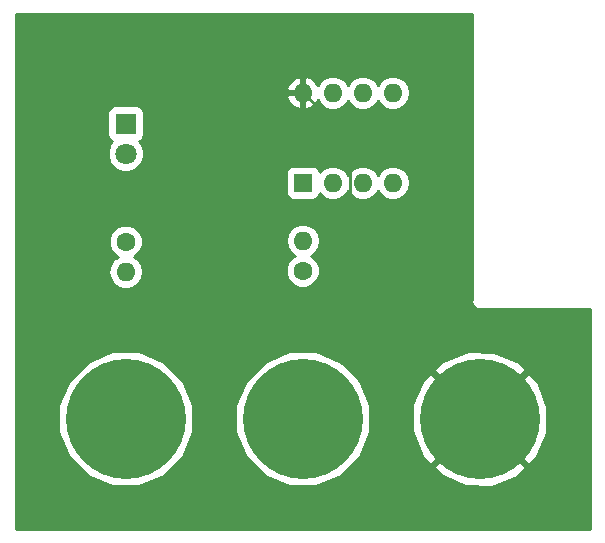
<source format=gbr>
G04 #@! TF.GenerationSoftware,KiCad,Pcbnew,(5.0.1-3-g963ef8bb5)*
G04 #@! TF.CreationDate,2018-11-29T08:41:42-08:00*
G04 #@! TF.ProjectId,Example,4578616D706C652E6B696361645F7063,0.0.1*
G04 #@! TF.SameCoordinates,Original*
G04 #@! TF.FileFunction,Copper,L2,Bot,Signal*
G04 #@! TF.FilePolarity,Positive*
%FSLAX46Y46*%
G04 Gerber Fmt 4.6, Leading zero omitted, Abs format (unit mm)*
G04 Created by KiCad (PCBNEW (5.0.1-3-g963ef8bb5)) date Thursday, November 29, 2018 at 08:41:42 AM*
%MOMM*%
%LPD*%
G01*
G04 APERTURE LIST*
G04 #@! TA.AperFunction,ComponentPad*
%ADD10R,1.800000X1.800000*%
G04 #@! TD*
G04 #@! TA.AperFunction,ComponentPad*
%ADD11C,1.800000*%
G04 #@! TD*
G04 #@! TA.AperFunction,ComponentPad*
%ADD12C,10.160000*%
G04 #@! TD*
G04 #@! TA.AperFunction,ComponentPad*
%ADD13O,1.600000X1.600000*%
G04 #@! TD*
G04 #@! TA.AperFunction,ComponentPad*
%ADD14C,1.600000*%
G04 #@! TD*
G04 #@! TA.AperFunction,ComponentPad*
%ADD15R,1.600000X1.600000*%
G04 #@! TD*
G04 #@! TA.AperFunction,Conductor*
%ADD16C,0.250000*%
G04 #@! TD*
G04 #@! TA.AperFunction,Conductor*
%ADD17C,0.254000*%
G04 #@! TD*
G04 APERTURE END LIST*
D10*
G04 #@! TO.P,D_LED1,1*
G04 #@! TO.N,Net-(D_LED1-Pad1)*
X130000000Y-100000000D03*
D11*
G04 #@! TO.P,D_LED1,2*
G04 #@! TO.N,Net-(D_LED1-Pad2)*
X130000000Y-102540000D03*
G04 #@! TD*
D12*
G04 #@! TO.P,J1,1*
G04 #@! TO.N,VCC*
X130010000Y-125000000D03*
G04 #@! TO.P,J1,3*
G04 #@! TO.N,GND*
X159980000Y-125000000D03*
G04 #@! TO.P,J1,2*
G04 #@! TO.N,Net-(J1-Pad2)*
X145000000Y-125000000D03*
G04 #@! TD*
D13*
G04 #@! TO.P,R_INPUT1,2*
G04 #@! TO.N,/Input*
X145000000Y-109920000D03*
D14*
G04 #@! TO.P,R_INPUT1,1*
G04 #@! TO.N,Net-(J1-Pad2)*
X145000000Y-112460000D03*
G04 #@! TD*
G04 #@! TO.P,R_LED1,1*
G04 #@! TO.N,Net-(D_LED1-Pad2)*
X130000000Y-110000000D03*
D13*
G04 #@! TO.P,R_LED1,2*
G04 #@! TO.N,VCC*
X130000000Y-112540000D03*
G04 #@! TD*
D15*
G04 #@! TO.P,U1,1*
G04 #@! TO.N,VCC*
X145000000Y-105000000D03*
D13*
G04 #@! TO.P,U1,5*
G04 #@! TO.N,Net-(U1-Pad5)*
X152620000Y-97380000D03*
G04 #@! TO.P,U1,2*
G04 #@! TO.N,Net-(U1-Pad2)*
X147540000Y-105000000D03*
G04 #@! TO.P,U1,6*
G04 #@! TO.N,/Input*
X150080000Y-97380000D03*
G04 #@! TO.P,U1,3*
G04 #@! TO.N,Net-(U1-Pad3)*
X150080000Y-105000000D03*
G04 #@! TO.P,U1,7*
G04 #@! TO.N,Net-(D_LED1-Pad1)*
X147540000Y-97380000D03*
G04 #@! TO.P,U1,4*
G04 #@! TO.N,Net-(U1-Pad4)*
X152620000Y-105000000D03*
G04 #@! TO.P,U1,8*
G04 #@! TO.N,GND*
X145000000Y-97380000D03*
G04 #@! TD*
D16*
G04 #@! TO.N,GND*
X148954999Y-101334999D02*
X145000000Y-97380000D01*
X148954999Y-113974999D02*
X148954999Y-101334999D01*
X159980000Y-125000000D02*
X148954999Y-113974999D01*
G04 #@! TD*
D17*
G04 #@! TO.N,GND*
G36*
X159290001Y-114930069D02*
X159276091Y-115000000D01*
X159331195Y-115277028D01*
X159488119Y-115511881D01*
X159722972Y-115668805D01*
X159930074Y-115710000D01*
X159930075Y-115710000D01*
X160000000Y-115723909D01*
X160069926Y-115710000D01*
X169290000Y-115710000D01*
X169290001Y-134290000D01*
X120710000Y-134290000D01*
X120710000Y-123863216D01*
X124295000Y-123863216D01*
X124295000Y-126136784D01*
X125165057Y-128237287D01*
X126772713Y-129844943D01*
X128873216Y-130715000D01*
X131146784Y-130715000D01*
X133247287Y-129844943D01*
X134854943Y-128237287D01*
X135725000Y-126136784D01*
X135725000Y-123863216D01*
X139285000Y-123863216D01*
X139285000Y-126136784D01*
X140155057Y-128237287D01*
X141762713Y-129844943D01*
X143863216Y-130715000D01*
X146136784Y-130715000D01*
X148237287Y-129844943D01*
X148985402Y-129096828D01*
X156062777Y-129096828D01*
X156658556Y-129787641D01*
X158743537Y-130694265D01*
X161016758Y-130733989D01*
X163132142Y-129900765D01*
X163301444Y-129787641D01*
X163897223Y-129096828D01*
X159980000Y-125179605D01*
X156062777Y-129096828D01*
X148985402Y-129096828D01*
X149844943Y-128237287D01*
X150715000Y-126136784D01*
X150715000Y-126036758D01*
X154246011Y-126036758D01*
X155079235Y-128152142D01*
X155192359Y-128321444D01*
X155883172Y-128917223D01*
X159800395Y-125000000D01*
X160159605Y-125000000D01*
X164076828Y-128917223D01*
X164767641Y-128321444D01*
X165674265Y-126236463D01*
X165713989Y-123963242D01*
X164880765Y-121847858D01*
X164767641Y-121678556D01*
X164076828Y-121082777D01*
X160159605Y-125000000D01*
X159800395Y-125000000D01*
X155883172Y-121082777D01*
X155192359Y-121678556D01*
X154285735Y-123763537D01*
X154246011Y-126036758D01*
X150715000Y-126036758D01*
X150715000Y-123863216D01*
X149844943Y-121762713D01*
X148985402Y-120903172D01*
X156062777Y-120903172D01*
X159980000Y-124820395D01*
X163897223Y-120903172D01*
X163301444Y-120212359D01*
X161216463Y-119305735D01*
X158943242Y-119266011D01*
X156827858Y-120099235D01*
X156658556Y-120212359D01*
X156062777Y-120903172D01*
X148985402Y-120903172D01*
X148237287Y-120155057D01*
X146136784Y-119285000D01*
X143863216Y-119285000D01*
X141762713Y-120155057D01*
X140155057Y-121762713D01*
X139285000Y-123863216D01*
X135725000Y-123863216D01*
X134854943Y-121762713D01*
X133247287Y-120155057D01*
X131146784Y-119285000D01*
X128873216Y-119285000D01*
X126772713Y-120155057D01*
X125165057Y-121762713D01*
X124295000Y-123863216D01*
X120710000Y-123863216D01*
X120710000Y-112540000D01*
X128536887Y-112540000D01*
X128648260Y-113099909D01*
X128965423Y-113574577D01*
X129440091Y-113891740D01*
X129858667Y-113975000D01*
X130141333Y-113975000D01*
X130559909Y-113891740D01*
X131034577Y-113574577D01*
X131351740Y-113099909D01*
X131463113Y-112540000D01*
X131351740Y-111980091D01*
X131034577Y-111505423D01*
X130682832Y-111270394D01*
X130812862Y-111216534D01*
X131216534Y-110812862D01*
X131435000Y-110285439D01*
X131435000Y-109920000D01*
X143536887Y-109920000D01*
X143648260Y-110479909D01*
X143965423Y-110954577D01*
X144317168Y-111189606D01*
X144187138Y-111243466D01*
X143783466Y-111647138D01*
X143565000Y-112174561D01*
X143565000Y-112745439D01*
X143783466Y-113272862D01*
X144187138Y-113676534D01*
X144714561Y-113895000D01*
X145285439Y-113895000D01*
X145812862Y-113676534D01*
X146216534Y-113272862D01*
X146435000Y-112745439D01*
X146435000Y-112174561D01*
X146216534Y-111647138D01*
X145812862Y-111243466D01*
X145682832Y-111189606D01*
X146034577Y-110954577D01*
X146351740Y-110479909D01*
X146463113Y-109920000D01*
X146351740Y-109360091D01*
X146034577Y-108885423D01*
X145559909Y-108568260D01*
X145141333Y-108485000D01*
X144858667Y-108485000D01*
X144440091Y-108568260D01*
X143965423Y-108885423D01*
X143648260Y-109360091D01*
X143536887Y-109920000D01*
X131435000Y-109920000D01*
X131435000Y-109714561D01*
X131216534Y-109187138D01*
X130812862Y-108783466D01*
X130285439Y-108565000D01*
X129714561Y-108565000D01*
X129187138Y-108783466D01*
X128783466Y-109187138D01*
X128565000Y-109714561D01*
X128565000Y-110285439D01*
X128783466Y-110812862D01*
X129187138Y-111216534D01*
X129317168Y-111270394D01*
X128965423Y-111505423D01*
X128648260Y-111980091D01*
X128536887Y-112540000D01*
X120710000Y-112540000D01*
X120710000Y-104200000D01*
X143552560Y-104200000D01*
X143552560Y-105800000D01*
X143601843Y-106047765D01*
X143742191Y-106257809D01*
X143952235Y-106398157D01*
X144200000Y-106447440D01*
X145800000Y-106447440D01*
X146047765Y-106398157D01*
X146257809Y-106257809D01*
X146398157Y-106047765D01*
X146424785Y-105913894D01*
X146505423Y-106034577D01*
X146980091Y-106351740D01*
X147398667Y-106435000D01*
X147681333Y-106435000D01*
X148099909Y-106351740D01*
X148574577Y-106034577D01*
X148810000Y-105682242D01*
X149045423Y-106034577D01*
X149520091Y-106351740D01*
X149938667Y-106435000D01*
X150221333Y-106435000D01*
X150639909Y-106351740D01*
X151114577Y-106034577D01*
X151350000Y-105682242D01*
X151585423Y-106034577D01*
X152060091Y-106351740D01*
X152478667Y-106435000D01*
X152761333Y-106435000D01*
X153179909Y-106351740D01*
X153654577Y-106034577D01*
X153971740Y-105559909D01*
X154083113Y-105000000D01*
X153971740Y-104440091D01*
X153654577Y-103965423D01*
X153179909Y-103648260D01*
X152761333Y-103565000D01*
X152478667Y-103565000D01*
X152060091Y-103648260D01*
X151585423Y-103965423D01*
X151350000Y-104317758D01*
X151114577Y-103965423D01*
X150639909Y-103648260D01*
X150221333Y-103565000D01*
X149938667Y-103565000D01*
X149520091Y-103648260D01*
X149045423Y-103965423D01*
X148810000Y-104317758D01*
X148574577Y-103965423D01*
X148099909Y-103648260D01*
X147681333Y-103565000D01*
X147398667Y-103565000D01*
X146980091Y-103648260D01*
X146505423Y-103965423D01*
X146424785Y-104086106D01*
X146398157Y-103952235D01*
X146257809Y-103742191D01*
X146047765Y-103601843D01*
X145800000Y-103552560D01*
X144200000Y-103552560D01*
X143952235Y-103601843D01*
X143742191Y-103742191D01*
X143601843Y-103952235D01*
X143552560Y-104200000D01*
X120710000Y-104200000D01*
X120710000Y-99100000D01*
X128452560Y-99100000D01*
X128452560Y-100900000D01*
X128501843Y-101147765D01*
X128642191Y-101357809D01*
X128852235Y-101498157D01*
X128867908Y-101501275D01*
X128698690Y-101670493D01*
X128465000Y-102234670D01*
X128465000Y-102845330D01*
X128698690Y-103409507D01*
X129130493Y-103841310D01*
X129694670Y-104075000D01*
X130305330Y-104075000D01*
X130869507Y-103841310D01*
X131301310Y-103409507D01*
X131535000Y-102845330D01*
X131535000Y-102234670D01*
X131301310Y-101670493D01*
X131132092Y-101501275D01*
X131147765Y-101498157D01*
X131357809Y-101357809D01*
X131498157Y-101147765D01*
X131547440Y-100900000D01*
X131547440Y-99100000D01*
X131498157Y-98852235D01*
X131357809Y-98642191D01*
X131147765Y-98501843D01*
X130900000Y-98452560D01*
X129100000Y-98452560D01*
X128852235Y-98501843D01*
X128642191Y-98642191D01*
X128501843Y-98852235D01*
X128452560Y-99100000D01*
X120710000Y-99100000D01*
X120710000Y-97729041D01*
X143608086Y-97729041D01*
X143847611Y-98235134D01*
X144262577Y-98611041D01*
X144650961Y-98771904D01*
X144873000Y-98649915D01*
X144873000Y-97507000D01*
X143729371Y-97507000D01*
X143608086Y-97729041D01*
X120710000Y-97729041D01*
X120710000Y-97030959D01*
X143608086Y-97030959D01*
X143729371Y-97253000D01*
X144873000Y-97253000D01*
X144873000Y-96110085D01*
X145127000Y-96110085D01*
X145127000Y-97253000D01*
X145147000Y-97253000D01*
X145147000Y-97507000D01*
X145127000Y-97507000D01*
X145127000Y-98649915D01*
X145349039Y-98771904D01*
X145737423Y-98611041D01*
X146152389Y-98235134D01*
X146249053Y-98030892D01*
X146505423Y-98414577D01*
X146980091Y-98731740D01*
X147398667Y-98815000D01*
X147681333Y-98815000D01*
X148099909Y-98731740D01*
X148574577Y-98414577D01*
X148810000Y-98062242D01*
X149045423Y-98414577D01*
X149520091Y-98731740D01*
X149938667Y-98815000D01*
X150221333Y-98815000D01*
X150639909Y-98731740D01*
X151114577Y-98414577D01*
X151350000Y-98062242D01*
X151585423Y-98414577D01*
X152060091Y-98731740D01*
X152478667Y-98815000D01*
X152761333Y-98815000D01*
X153179909Y-98731740D01*
X153654577Y-98414577D01*
X153971740Y-97939909D01*
X154083113Y-97380000D01*
X153971740Y-96820091D01*
X153654577Y-96345423D01*
X153179909Y-96028260D01*
X152761333Y-95945000D01*
X152478667Y-95945000D01*
X152060091Y-96028260D01*
X151585423Y-96345423D01*
X151350000Y-96697758D01*
X151114577Y-96345423D01*
X150639909Y-96028260D01*
X150221333Y-95945000D01*
X149938667Y-95945000D01*
X149520091Y-96028260D01*
X149045423Y-96345423D01*
X148810000Y-96697758D01*
X148574577Y-96345423D01*
X148099909Y-96028260D01*
X147681333Y-95945000D01*
X147398667Y-95945000D01*
X146980091Y-96028260D01*
X146505423Y-96345423D01*
X146249053Y-96729108D01*
X146152389Y-96524866D01*
X145737423Y-96148959D01*
X145349039Y-95988096D01*
X145127000Y-96110085D01*
X144873000Y-96110085D01*
X144650961Y-95988096D01*
X144262577Y-96148959D01*
X143847611Y-96524866D01*
X143608086Y-97030959D01*
X120710000Y-97030959D01*
X120710000Y-90710000D01*
X159290000Y-90710000D01*
X159290001Y-114930069D01*
X159290001Y-114930069D01*
G37*
X159290001Y-114930069D02*
X159276091Y-115000000D01*
X159331195Y-115277028D01*
X159488119Y-115511881D01*
X159722972Y-115668805D01*
X159930074Y-115710000D01*
X159930075Y-115710000D01*
X160000000Y-115723909D01*
X160069926Y-115710000D01*
X169290000Y-115710000D01*
X169290001Y-134290000D01*
X120710000Y-134290000D01*
X120710000Y-123863216D01*
X124295000Y-123863216D01*
X124295000Y-126136784D01*
X125165057Y-128237287D01*
X126772713Y-129844943D01*
X128873216Y-130715000D01*
X131146784Y-130715000D01*
X133247287Y-129844943D01*
X134854943Y-128237287D01*
X135725000Y-126136784D01*
X135725000Y-123863216D01*
X139285000Y-123863216D01*
X139285000Y-126136784D01*
X140155057Y-128237287D01*
X141762713Y-129844943D01*
X143863216Y-130715000D01*
X146136784Y-130715000D01*
X148237287Y-129844943D01*
X148985402Y-129096828D01*
X156062777Y-129096828D01*
X156658556Y-129787641D01*
X158743537Y-130694265D01*
X161016758Y-130733989D01*
X163132142Y-129900765D01*
X163301444Y-129787641D01*
X163897223Y-129096828D01*
X159980000Y-125179605D01*
X156062777Y-129096828D01*
X148985402Y-129096828D01*
X149844943Y-128237287D01*
X150715000Y-126136784D01*
X150715000Y-126036758D01*
X154246011Y-126036758D01*
X155079235Y-128152142D01*
X155192359Y-128321444D01*
X155883172Y-128917223D01*
X159800395Y-125000000D01*
X160159605Y-125000000D01*
X164076828Y-128917223D01*
X164767641Y-128321444D01*
X165674265Y-126236463D01*
X165713989Y-123963242D01*
X164880765Y-121847858D01*
X164767641Y-121678556D01*
X164076828Y-121082777D01*
X160159605Y-125000000D01*
X159800395Y-125000000D01*
X155883172Y-121082777D01*
X155192359Y-121678556D01*
X154285735Y-123763537D01*
X154246011Y-126036758D01*
X150715000Y-126036758D01*
X150715000Y-123863216D01*
X149844943Y-121762713D01*
X148985402Y-120903172D01*
X156062777Y-120903172D01*
X159980000Y-124820395D01*
X163897223Y-120903172D01*
X163301444Y-120212359D01*
X161216463Y-119305735D01*
X158943242Y-119266011D01*
X156827858Y-120099235D01*
X156658556Y-120212359D01*
X156062777Y-120903172D01*
X148985402Y-120903172D01*
X148237287Y-120155057D01*
X146136784Y-119285000D01*
X143863216Y-119285000D01*
X141762713Y-120155057D01*
X140155057Y-121762713D01*
X139285000Y-123863216D01*
X135725000Y-123863216D01*
X134854943Y-121762713D01*
X133247287Y-120155057D01*
X131146784Y-119285000D01*
X128873216Y-119285000D01*
X126772713Y-120155057D01*
X125165057Y-121762713D01*
X124295000Y-123863216D01*
X120710000Y-123863216D01*
X120710000Y-112540000D01*
X128536887Y-112540000D01*
X128648260Y-113099909D01*
X128965423Y-113574577D01*
X129440091Y-113891740D01*
X129858667Y-113975000D01*
X130141333Y-113975000D01*
X130559909Y-113891740D01*
X131034577Y-113574577D01*
X131351740Y-113099909D01*
X131463113Y-112540000D01*
X131351740Y-111980091D01*
X131034577Y-111505423D01*
X130682832Y-111270394D01*
X130812862Y-111216534D01*
X131216534Y-110812862D01*
X131435000Y-110285439D01*
X131435000Y-109920000D01*
X143536887Y-109920000D01*
X143648260Y-110479909D01*
X143965423Y-110954577D01*
X144317168Y-111189606D01*
X144187138Y-111243466D01*
X143783466Y-111647138D01*
X143565000Y-112174561D01*
X143565000Y-112745439D01*
X143783466Y-113272862D01*
X144187138Y-113676534D01*
X144714561Y-113895000D01*
X145285439Y-113895000D01*
X145812862Y-113676534D01*
X146216534Y-113272862D01*
X146435000Y-112745439D01*
X146435000Y-112174561D01*
X146216534Y-111647138D01*
X145812862Y-111243466D01*
X145682832Y-111189606D01*
X146034577Y-110954577D01*
X146351740Y-110479909D01*
X146463113Y-109920000D01*
X146351740Y-109360091D01*
X146034577Y-108885423D01*
X145559909Y-108568260D01*
X145141333Y-108485000D01*
X144858667Y-108485000D01*
X144440091Y-108568260D01*
X143965423Y-108885423D01*
X143648260Y-109360091D01*
X143536887Y-109920000D01*
X131435000Y-109920000D01*
X131435000Y-109714561D01*
X131216534Y-109187138D01*
X130812862Y-108783466D01*
X130285439Y-108565000D01*
X129714561Y-108565000D01*
X129187138Y-108783466D01*
X128783466Y-109187138D01*
X128565000Y-109714561D01*
X128565000Y-110285439D01*
X128783466Y-110812862D01*
X129187138Y-111216534D01*
X129317168Y-111270394D01*
X128965423Y-111505423D01*
X128648260Y-111980091D01*
X128536887Y-112540000D01*
X120710000Y-112540000D01*
X120710000Y-104200000D01*
X143552560Y-104200000D01*
X143552560Y-105800000D01*
X143601843Y-106047765D01*
X143742191Y-106257809D01*
X143952235Y-106398157D01*
X144200000Y-106447440D01*
X145800000Y-106447440D01*
X146047765Y-106398157D01*
X146257809Y-106257809D01*
X146398157Y-106047765D01*
X146424785Y-105913894D01*
X146505423Y-106034577D01*
X146980091Y-106351740D01*
X147398667Y-106435000D01*
X147681333Y-106435000D01*
X148099909Y-106351740D01*
X148574577Y-106034577D01*
X148810000Y-105682242D01*
X149045423Y-106034577D01*
X149520091Y-106351740D01*
X149938667Y-106435000D01*
X150221333Y-106435000D01*
X150639909Y-106351740D01*
X151114577Y-106034577D01*
X151350000Y-105682242D01*
X151585423Y-106034577D01*
X152060091Y-106351740D01*
X152478667Y-106435000D01*
X152761333Y-106435000D01*
X153179909Y-106351740D01*
X153654577Y-106034577D01*
X153971740Y-105559909D01*
X154083113Y-105000000D01*
X153971740Y-104440091D01*
X153654577Y-103965423D01*
X153179909Y-103648260D01*
X152761333Y-103565000D01*
X152478667Y-103565000D01*
X152060091Y-103648260D01*
X151585423Y-103965423D01*
X151350000Y-104317758D01*
X151114577Y-103965423D01*
X150639909Y-103648260D01*
X150221333Y-103565000D01*
X149938667Y-103565000D01*
X149520091Y-103648260D01*
X149045423Y-103965423D01*
X148810000Y-104317758D01*
X148574577Y-103965423D01*
X148099909Y-103648260D01*
X147681333Y-103565000D01*
X147398667Y-103565000D01*
X146980091Y-103648260D01*
X146505423Y-103965423D01*
X146424785Y-104086106D01*
X146398157Y-103952235D01*
X146257809Y-103742191D01*
X146047765Y-103601843D01*
X145800000Y-103552560D01*
X144200000Y-103552560D01*
X143952235Y-103601843D01*
X143742191Y-103742191D01*
X143601843Y-103952235D01*
X143552560Y-104200000D01*
X120710000Y-104200000D01*
X120710000Y-99100000D01*
X128452560Y-99100000D01*
X128452560Y-100900000D01*
X128501843Y-101147765D01*
X128642191Y-101357809D01*
X128852235Y-101498157D01*
X128867908Y-101501275D01*
X128698690Y-101670493D01*
X128465000Y-102234670D01*
X128465000Y-102845330D01*
X128698690Y-103409507D01*
X129130493Y-103841310D01*
X129694670Y-104075000D01*
X130305330Y-104075000D01*
X130869507Y-103841310D01*
X131301310Y-103409507D01*
X131535000Y-102845330D01*
X131535000Y-102234670D01*
X131301310Y-101670493D01*
X131132092Y-101501275D01*
X131147765Y-101498157D01*
X131357809Y-101357809D01*
X131498157Y-101147765D01*
X131547440Y-100900000D01*
X131547440Y-99100000D01*
X131498157Y-98852235D01*
X131357809Y-98642191D01*
X131147765Y-98501843D01*
X130900000Y-98452560D01*
X129100000Y-98452560D01*
X128852235Y-98501843D01*
X128642191Y-98642191D01*
X128501843Y-98852235D01*
X128452560Y-99100000D01*
X120710000Y-99100000D01*
X120710000Y-97729041D01*
X143608086Y-97729041D01*
X143847611Y-98235134D01*
X144262577Y-98611041D01*
X144650961Y-98771904D01*
X144873000Y-98649915D01*
X144873000Y-97507000D01*
X143729371Y-97507000D01*
X143608086Y-97729041D01*
X120710000Y-97729041D01*
X120710000Y-97030959D01*
X143608086Y-97030959D01*
X143729371Y-97253000D01*
X144873000Y-97253000D01*
X144873000Y-96110085D01*
X145127000Y-96110085D01*
X145127000Y-97253000D01*
X145147000Y-97253000D01*
X145147000Y-97507000D01*
X145127000Y-97507000D01*
X145127000Y-98649915D01*
X145349039Y-98771904D01*
X145737423Y-98611041D01*
X146152389Y-98235134D01*
X146249053Y-98030892D01*
X146505423Y-98414577D01*
X146980091Y-98731740D01*
X147398667Y-98815000D01*
X147681333Y-98815000D01*
X148099909Y-98731740D01*
X148574577Y-98414577D01*
X148810000Y-98062242D01*
X149045423Y-98414577D01*
X149520091Y-98731740D01*
X149938667Y-98815000D01*
X150221333Y-98815000D01*
X150639909Y-98731740D01*
X151114577Y-98414577D01*
X151350000Y-98062242D01*
X151585423Y-98414577D01*
X152060091Y-98731740D01*
X152478667Y-98815000D01*
X152761333Y-98815000D01*
X153179909Y-98731740D01*
X153654577Y-98414577D01*
X153971740Y-97939909D01*
X154083113Y-97380000D01*
X153971740Y-96820091D01*
X153654577Y-96345423D01*
X153179909Y-96028260D01*
X152761333Y-95945000D01*
X152478667Y-95945000D01*
X152060091Y-96028260D01*
X151585423Y-96345423D01*
X151350000Y-96697758D01*
X151114577Y-96345423D01*
X150639909Y-96028260D01*
X150221333Y-95945000D01*
X149938667Y-95945000D01*
X149520091Y-96028260D01*
X149045423Y-96345423D01*
X148810000Y-96697758D01*
X148574577Y-96345423D01*
X148099909Y-96028260D01*
X147681333Y-95945000D01*
X147398667Y-95945000D01*
X146980091Y-96028260D01*
X146505423Y-96345423D01*
X146249053Y-96729108D01*
X146152389Y-96524866D01*
X145737423Y-96148959D01*
X145349039Y-95988096D01*
X145127000Y-96110085D01*
X144873000Y-96110085D01*
X144650961Y-95988096D01*
X144262577Y-96148959D01*
X143847611Y-96524866D01*
X143608086Y-97030959D01*
X120710000Y-97030959D01*
X120710000Y-90710000D01*
X159290000Y-90710000D01*
X159290001Y-114930069D01*
G04 #@! TD*
M02*

</source>
